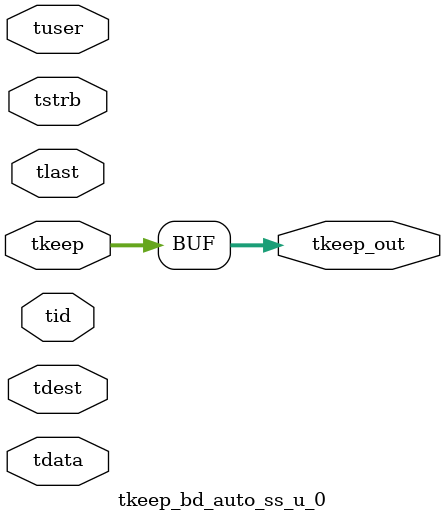
<source format=v>


`timescale 1ps/1ps

module tkeep_bd_auto_ss_u_0 #
(
parameter C_S_AXIS_TDATA_WIDTH = 32,
parameter C_S_AXIS_TUSER_WIDTH = 0,
parameter C_S_AXIS_TID_WIDTH   = 0,
parameter C_S_AXIS_TDEST_WIDTH = 0,
parameter C_M_AXIS_TDATA_WIDTH = 32
)
(
input  [(C_S_AXIS_TDATA_WIDTH == 0 ? 1 : C_S_AXIS_TDATA_WIDTH)-1:0     ] tdata,
input  [(C_S_AXIS_TUSER_WIDTH == 0 ? 1 : C_S_AXIS_TUSER_WIDTH)-1:0     ] tuser,
input  [(C_S_AXIS_TID_WIDTH   == 0 ? 1 : C_S_AXIS_TID_WIDTH)-1:0       ] tid,
input  [(C_S_AXIS_TDEST_WIDTH == 0 ? 1 : C_S_AXIS_TDEST_WIDTH)-1:0     ] tdest,
input  [(C_S_AXIS_TDATA_WIDTH/8)-1:0 ] tkeep,
input  [(C_S_AXIS_TDATA_WIDTH/8)-1:0 ] tstrb,
input                                                                    tlast,
output [(C_M_AXIS_TDATA_WIDTH/8)-1:0 ] tkeep_out
);

assign tkeep_out = {tkeep[3:0]};

endmodule


</source>
